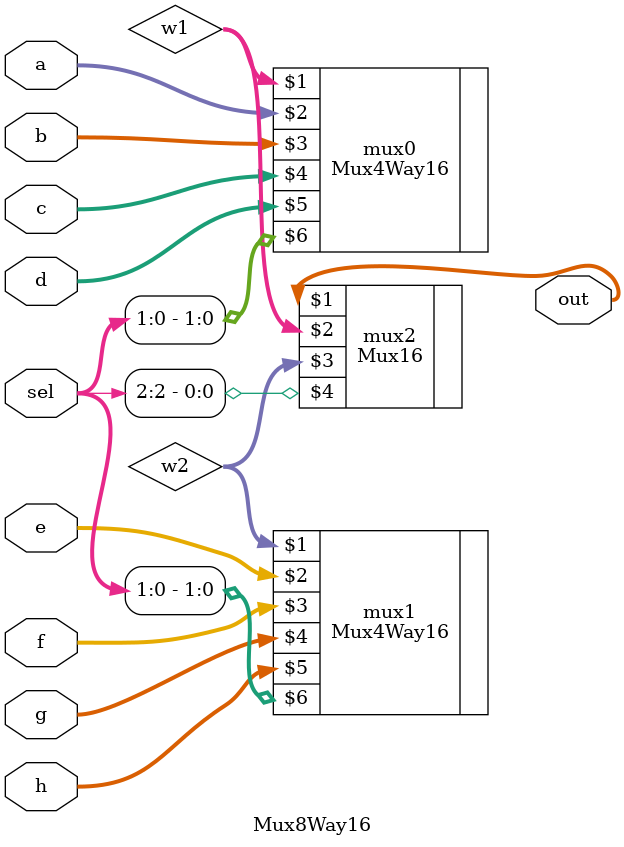
<source format=v>
/* módulo Mux8Way16 */

`ifndef _Mux8Way16_
`define _Mux8Way16_
`include "Mux16.v"
`include "Mux4way16.v"

module Mux8Way16(out, a,b,c,d,e,f,g,h,sel);
    input [15:0] a,b,c,d,e,f,g,h ;
    input [2:0] sel ;
    output [15:0] out ;
    wire [15:0] w1,w2;

    // Descrição de conexões internas do módulo

    Mux4Way16 mux0(w1,a,b,c,d,sel[1:0]);
    Mux4Way16 mux1(w2,e,f,g,h,sel[1:0]);
    Mux16 mux2(out,w1,w2,sel[2]);

endmodule

`endif
</source>
